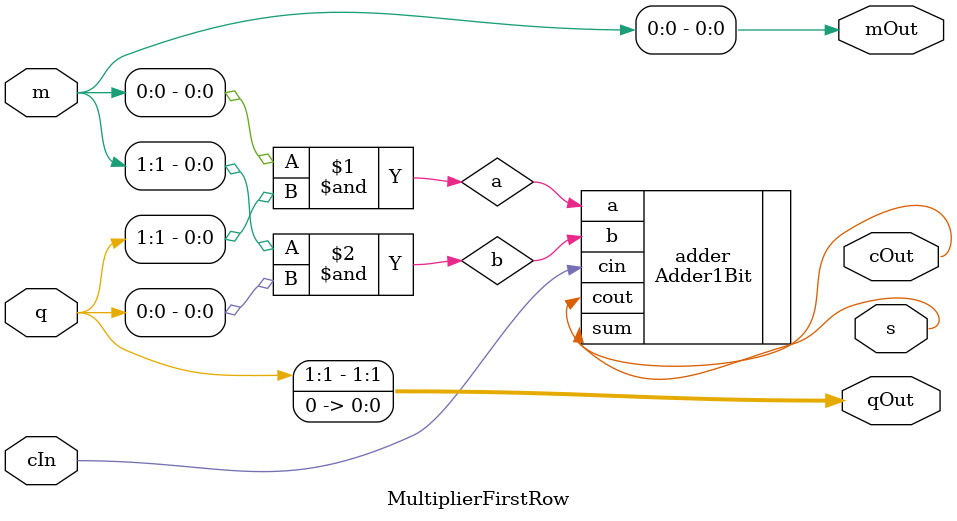
<source format=v>

module MultiplierFirstRow (
    input  [1:0] m,
    input  [1:0] q,
    input        cIn,
    
    output [1:0] qOut,
    output       cOut,
    output       mOut,
    output       s
);
wire a,b;//a和b是名字可以改

and(a,m[0],q[1]);
and(b,m[1],q[0]);
assign qOut[0] = 1'b0;
assign qOut[1] = q[1];
assign mOut = m[0];
    
Adder1Bit adder (//adder是名字可以改
        .cin (cIn),
        .a   (a),
        .b   (b),
        .sum (s),
        .cout(cOut)
);




endmodule

</source>
